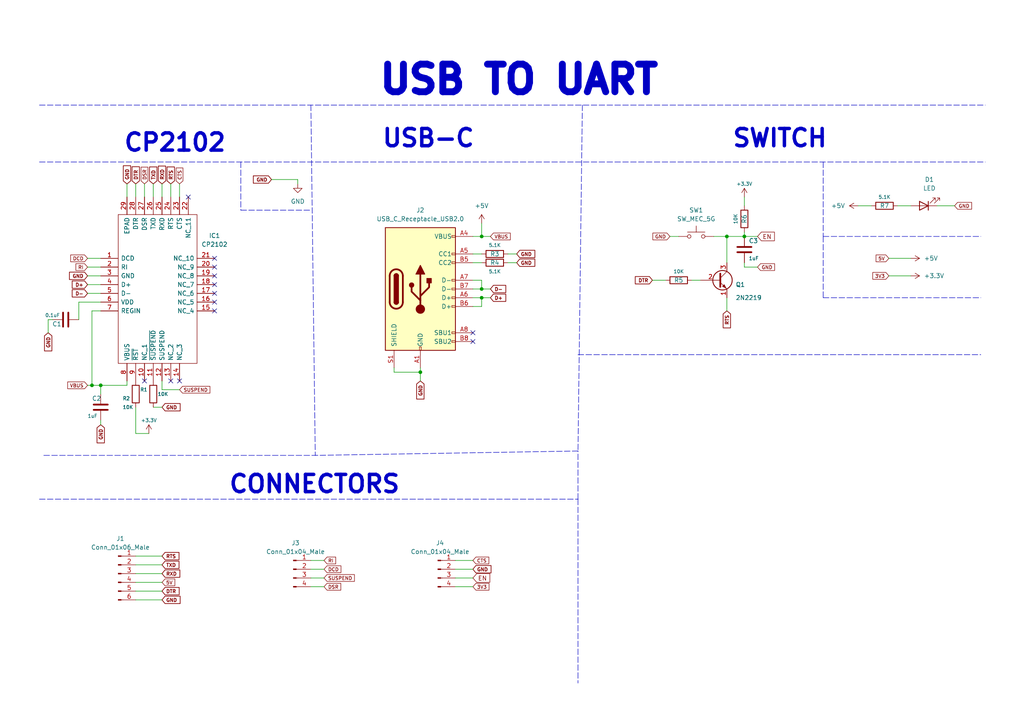
<source format=kicad_sch>
(kicad_sch (version 20211123) (generator eeschema)
  (paper "A4")
  (lib_symbols
    (symbol "CP2102_new:CP2102" (pin_names (offset 0.762))
      (property "Reference" "IC" (at 29.21 17.78 0))
      (property "Value" "CP2102" (at 29.21 15.24 0))
      (symbol "CP2102_0_0"
        (pin passive line (at 0 0 0) (length 5.08) (name "DCD") (number "1"))
        (pin passive line (at 12.7 -35.56 90) (length 5.08) (name "NC_1") (number "10"))
        (pin passive line (at 15.24 -35.56 90) (length 5.08) (name "~{SUSPEND}") (number "11"))
        (pin passive line (at 17.78 -35.56 90) (length 5.08) (name "SUSPEND") (number "12"))
        (pin passive line (at 20.32 -35.56 90) (length 5.08) (name "NC_2") (number "13"))
        (pin passive line (at 22.86 -35.56 90) (length 5.08) (name "NC_3") (number "14"))
        (pin passive line (at 33.02 -15.24 180) (length 5.08) (name "NC_4") (number "15"))
        (pin passive line (at 33.02 -12.7 180) (length 5.08) (name "NC_5") (number "16"))
        (pin passive line (at 33.02 -10.16 180) (length 5.08) (name "NC_6") (number "17"))
        (pin passive line (at 33.02 -7.62 180) (length 5.08) (name "NC_7") (number "18"))
        (pin passive line (at 33.02 -5.08 180) (length 5.08) (name "NC_8") (number "19"))
        (pin passive line (at 0 -2.54 0) (length 5.08) (name "RI") (number "2"))
        (pin passive line (at 33.02 -2.54 180) (length 5.08) (name "NC_9") (number "20"))
        (pin passive line (at 33.02 0 180) (length 5.08) (name "NC_10") (number "21"))
        (pin passive line (at 25.4 17.78 270) (length 5.08) (name "NC_11") (number "22"))
        (pin passive line (at 22.86 17.78 270) (length 5.08) (name "CTS") (number "23"))
        (pin passive line (at 20.32 17.78 270) (length 5.08) (name "RTS") (number "24"))
        (pin passive line (at 17.78 17.78 270) (length 5.08) (name "RXD") (number "25"))
        (pin passive line (at 15.24 17.78 270) (length 5.08) (name "TXD") (number "26"))
        (pin passive line (at 12.7 17.78 270) (length 5.08) (name "DSR") (number "27"))
        (pin passive line (at 10.16 17.78 270) (length 5.08) (name "DTR") (number "28"))
        (pin passive line (at 7.62 17.78 270) (length 5.08) (name "EPAD") (number "29"))
        (pin passive line (at 0 -5.08 0) (length 5.08) (name "GND") (number "3"))
        (pin passive line (at 0 -7.62 0) (length 5.08) (name "D+") (number "4"))
        (pin passive line (at 0 -10.16 0) (length 5.08) (name "D-") (number "5"))
        (pin passive line (at 0 -12.7 0) (length 5.08) (name "VDD") (number "6"))
        (pin passive line (at 0 -15.24 0) (length 5.08) (name "REGIN") (number "7"))
        (pin passive line (at 7.62 -35.56 90) (length 5.08) (name "VBUS") (number "8"))
        (pin passive line (at 10.16 -35.56 90) (length 5.08) (name "~{RST}") (number "9"))
      )
      (symbol "CP2102_0_1"
        (polyline (pts (xy 5.08 12.7) (xy 27.94 12.7) (xy 27.94 -30.48) (xy 5.08 -30.48) (xy 5.08 12.7)) (stroke (width 0.1524)))
      )
    )
    (symbol "Connector:Conn_01x04_Male" (pin_names (offset 1.016) hide)
      (property "Reference" "J" (at 0 5.08 0))
      (property "Value" "Conn_01x04_Male" (at 0 -7.62 0))
      (symbol "Conn_01x04_Male_1_1"
        (polyline (pts (xy 1.27 -5.08) (xy 0.8636 -5.08)) (stroke (width 0.1524)))
        (polyline (pts (xy 1.27 -2.54) (xy 0.8636 -2.54)) (stroke (width 0.1524)))
        (polyline (pts (xy 1.27 0) (xy 0.8636 0)) (stroke (width 0.1524)))
        (polyline (pts (xy 1.27 2.54) (xy 0.8636 2.54)) (stroke (width 0.1524)))
        (rectangle (start 0.8636 -4.953) (end 0 -5.207) (stroke (width 0.1524)) (fill (type outline)))
        (rectangle (start 0.8636 -2.413) (end 0 -2.667) (stroke (width 0.1524)) (fill (type outline)))
        (rectangle (start 0.8636 0.127) (end 0 -0.127) (stroke (width 0.1524)) (fill (type outline)))
        (rectangle (start 0.8636 2.667) (end 0 2.413) (stroke (width 0.1524)) (fill (type outline)))
        (pin passive line (at 5.08 2.54 180) (length 3.81) (name "Pin_1") (number "1"))
        (pin passive line (at 5.08 0 180) (length 3.81) (name "Pin_2") (number "2"))
        (pin passive line (at 5.08 -2.54 180) (length 3.81) (name "Pin_3") (number "3"))
        (pin passive line (at 5.08 -5.08 180) (length 3.81) (name "Pin_4") (number "4"))
      )
    )
    (symbol "Connector:Conn_01x06_Male" (pin_names (offset 1.016) hide)
      (property "Reference" "J" (at 0 7.62 0))
      (property "Value" "Conn_01x06_Male" (at 0 -10.16 0))
      (symbol "Conn_01x06_Male_1_1"
        (polyline (pts (xy 1.27 -7.62) (xy 0.8636 -7.62)) (stroke (width 0.1524)))
        (polyline (pts (xy 1.27 -5.08) (xy 0.8636 -5.08)) (stroke (width 0.1524)))
        (polyline (pts (xy 1.27 -2.54) (xy 0.8636 -2.54)) (stroke (width 0.1524)))
        (polyline (pts (xy 1.27 0) (xy 0.8636 0)) (stroke (width 0.1524)))
        (polyline (pts (xy 1.27 2.54) (xy 0.8636 2.54)) (stroke (width 0.1524)))
        (polyline (pts (xy 1.27 5.08) (xy 0.8636 5.08)) (stroke (width 0.1524)))
        (rectangle (start 0.8636 -7.493) (end 0 -7.747) (stroke (width 0.1524)) (fill (type outline)))
        (rectangle (start 0.8636 -4.953) (end 0 -5.207) (stroke (width 0.1524)) (fill (type outline)))
        (rectangle (start 0.8636 -2.413) (end 0 -2.667) (stroke (width 0.1524)) (fill (type outline)))
        (rectangle (start 0.8636 0.127) (end 0 -0.127) (stroke (width 0.1524)) (fill (type outline)))
        (rectangle (start 0.8636 2.667) (end 0 2.413) (stroke (width 0.1524)) (fill (type outline)))
        (rectangle (start 0.8636 5.207) (end 0 4.953) (stroke (width 0.1524)) (fill (type outline)))
        (pin passive line (at 5.08 5.08 180) (length 3.81) (name "Pin_1") (number "1"))
        (pin passive line (at 5.08 2.54 180) (length 3.81) (name "Pin_2") (number "2"))
        (pin passive line (at 5.08 0 180) (length 3.81) (name "Pin_3") (number "3"))
        (pin passive line (at 5.08 -2.54 180) (length 3.81) (name "Pin_4") (number "4"))
        (pin passive line (at 5.08 -5.08 180) (length 3.81) (name "Pin_5") (number "5"))
        (pin passive line (at 5.08 -7.62 180) (length 3.81) (name "Pin_6") (number "6"))
      )
    )
    (symbol "Connector:USB_C_Receptacle_USB2.0" (pin_names (offset 1.016))
      (property "Reference" "J" (at -10.16 19.05 0))
      (property "Value" "USB_C_Receptacle_USB2.0" (at 19.05 19.05 0))
      (symbol "USB_C_Receptacle_USB2.0_0_0"
        (rectangle (start -0.254 -17.78) (end 0.254 -16.764))
        (rectangle (start 10.16 -14.986) (end 9.144 -15.494))
        (rectangle (start 10.16 -12.446) (end 9.144 -12.954))
        (rectangle (start 10.16 -4.826) (end 9.144 -5.334))
        (rectangle (start 10.16 -2.286) (end 9.144 -2.794))
        (rectangle (start 10.16 0.254) (end 9.144 -0.254))
        (rectangle (start 10.16 2.794) (end 9.144 2.286))
        (rectangle (start 10.16 7.874) (end 9.144 7.366))
        (rectangle (start 10.16 10.414) (end 9.144 9.906))
        (rectangle (start 10.16 15.494) (end 9.144 14.986))
      )
      (symbol "USB_C_Receptacle_USB2.0_0_1"
        (rectangle (start -10.16 17.78) (end 10.16 -17.78) (stroke (width 0.254)) (fill (type background)))
        (arc (start -8.89 -3.81) (mid -6.985 -5.715) (end -5.08 -3.81) (stroke (width 0.508)))
        (arc (start -7.62 -3.81) (mid -6.985 -4.445) (end -6.35 -3.81) (stroke (width 0.254)))
        (arc (start -7.62 -3.81) (mid -6.985 -4.445) (end -6.35 -3.81) (stroke (width 0.254)) (fill (type outline)))
        (rectangle (start -7.62 -3.81) (end -6.35 3.81) (stroke (width 0.254)) (fill (type outline)))
        (arc (start -6.35 3.81) (mid -6.985 4.445) (end -7.62 3.81) (stroke (width 0.254)))
        (arc (start -6.35 3.81) (mid -6.985 4.445) (end -7.62 3.81) (stroke (width 0.254)) (fill (type outline)))
        (arc (start -5.08 3.81) (mid -6.985 5.715) (end -8.89 3.81) (stroke (width 0.508)))
        (circle (center -2.54 1.143) (radius 0.635) (stroke (width 0.254)) (fill (type outline)))
        (circle (center 0 -5.842) (radius 1.27) (fill (type outline)))
        (polyline (pts (xy -8.89 -3.81) (xy -8.89 3.81)) (stroke (width 0.508)))
        (polyline (pts (xy -5.08 3.81) (xy -5.08 -3.81)) (stroke (width 0.508)))
        (polyline (pts (xy 0 -5.842) (xy 0 4.318)) (stroke (width 0.508)))
        (polyline (pts (xy 0 -3.302) (xy -2.54 -0.762) (xy -2.54 0.508)) (stroke (width 0.508)))
        (polyline (pts (xy 0 -2.032) (xy 2.54 0.508) (xy 2.54 1.778)) (stroke (width 0.508)))
        (polyline (pts (xy -1.27 4.318) (xy 0 6.858) (xy 1.27 4.318) (xy -1.27 4.318)) (stroke (width 0.254)) (fill (type outline)))
        (rectangle (start 1.905 1.778) (end 3.175 3.048) (stroke (width 0.254)) (fill (type outline)))
      )
      (symbol "USB_C_Receptacle_USB2.0_1_1"
        (pin passive line (at 0 -22.86 90) (length 5.08) (name "GND") (number "A1"))
        (pin passive line (at 0 -22.86 90) (length 5.08) hide (name "GND") (number "A12"))
        (pin passive line (at 15.24 15.24 180) (length 5.08) (name "VBUS") (number "A4"))
        (pin bidirectional line (at 15.24 10.16 180) (length 5.08) (name "CC1") (number "A5"))
        (pin bidirectional line (at 15.24 -2.54 180) (length 5.08) (name "D+") (number "A6"))
        (pin bidirectional line (at 15.24 2.54 180) (length 5.08) (name "D-") (number "A7"))
        (pin bidirectional line (at 15.24 -12.7 180) (length 5.08) (name "SBU1") (number "A8"))
        (pin passive line (at 15.24 15.24 180) (length 5.08) hide (name "VBUS") (number "A9"))
        (pin passive line (at 0 -22.86 90) (length 5.08) hide (name "GND") (number "B1"))
        (pin passive line (at 0 -22.86 90) (length 5.08) hide (name "GND") (number "B12"))
        (pin passive line (at 15.24 15.24 180) (length 5.08) hide (name "VBUS") (number "B4"))
        (pin bidirectional line (at 15.24 7.62 180) (length 5.08) (name "CC2") (number "B5"))
        (pin bidirectional line (at 15.24 -5.08 180) (length 5.08) (name "D+") (number "B6"))
        (pin bidirectional line (at 15.24 0 180) (length 5.08) (name "D-") (number "B7"))
        (pin bidirectional line (at 15.24 -15.24 180) (length 5.08) (name "SBU2") (number "B8"))
        (pin passive line (at 15.24 15.24 180) (length 5.08) hide (name "VBUS") (number "B9"))
        (pin passive line (at -7.62 -22.86 90) (length 5.08) (name "SHIELD") (number "S1"))
      )
    )
    (symbol "Device:C" (pin_numbers hide) (pin_names (offset 0.254))
      (property "Reference" "C" (at 0.635 2.54 0))
      (property "Value" "C" (at 0.635 -2.54 0))
      (symbol "C_0_1"
        (polyline (pts (xy -2.032 -0.762) (xy 2.032 -0.762)) (stroke (width 0.508)))
        (polyline (pts (xy -2.032 0.762) (xy 2.032 0.762)) (stroke (width 0.508)))
      )
      (symbol "C_1_1"
        (pin passive line (at 0 3.81 270) (length 2.794) (name "~") (number "1"))
        (pin passive line (at 0 -3.81 90) (length 2.794) (name "~") (number "2"))
      )
    )
    (symbol "Device:LED" (pin_numbers hide) (pin_names (offset 1.016) hide)
      (property "Reference" "D" (at 0 2.54 0))
      (property "Value" "LED" (at 0 -2.54 0))
      (symbol "LED_0_1"
        (polyline (pts (xy -1.27 -1.27) (xy -1.27 1.27)) (stroke (width 0.254)))
        (polyline (pts (xy -1.27 0) (xy 1.27 0)))
        (polyline (pts (xy 1.27 -1.27) (xy 1.27 1.27) (xy -1.27 0) (xy 1.27 -1.27)) (stroke (width 0.254)))
        (polyline (pts (xy -3.048 -0.762) (xy -4.572 -2.286) (xy -3.81 -2.286) (xy -4.572 -2.286) (xy -4.572 -1.524)))
        (polyline (pts (xy -1.778 -0.762) (xy -3.302 -2.286) (xy -2.54 -2.286) (xy -3.302 -2.286) (xy -3.302 -1.524)))
      )
      (symbol "LED_1_1"
        (pin passive line (at -3.81 0 0) (length 2.54) (name "K") (number "1"))
        (pin passive line (at 3.81 0 180) (length 2.54) (name "A") (number "2"))
      )
    )
    (symbol "Device:R" (pin_numbers hide) (pin_names (offset 0))
      (property "Reference" "R" (at 2.032 0 90))
      (property "Value" "R" (at 0 0 90))
      (symbol "R_0_1"
        (rectangle (start -1.016 -2.54) (end 1.016 2.54) (stroke (width 0.254)))
      )
      (symbol "R_1_1"
        (pin passive line (at 0 3.81 270) (length 1.27) (name "~") (number "1"))
        (pin passive line (at 0 -3.81 90) (length 1.27) (name "~") (number "2"))
      )
    )
    (symbol "Switch:SW_MEC_5G" (pin_numbers hide) (pin_names (offset 1.016) hide)
      (property "Reference" "SW" (at 1.27 2.54 0))
      (property "Value" "SW_MEC_5G" (at 0 -1.524 0))
      (symbol "SW_MEC_5G_0_1"
        (circle (center -2.032 0) (radius 0.508))
        (polyline (pts (xy 0 1.27) (xy 0 3.048)))
        (polyline (pts (xy 2.54 1.27) (xy -2.54 1.27)))
        (circle (center 2.032 0) (radius 0.508))
        (pin passive line (at -5.08 0 0) (length 2.54) (name "A") (number "1"))
        (pin passive line (at 5.08 0 180) (length 2.54) (name "B") (number "3"))
      )
      (symbol "SW_MEC_5G_1_1"
        (pin passive line (at -5.08 0 0) (length 2.54) hide (name "A") (number "2"))
        (pin passive line (at 5.08 0 180) (length 2.54) hide (name "B") (number "4"))
      )
    )
    (symbol "Transistor_BJT:2N2219" (pin_names (offset 0) hide)
      (property "Reference" "Q" (at 5.08 1.905 0))
      (property "Value" "2N2219" (at 5.08 0 0))
      (symbol "2N2219_0_1"
        (polyline (pts (xy 0.635 0.635) (xy 2.54 2.54)))
        (polyline (pts (xy 0.635 -0.635) (xy 2.54 -2.54) (xy 2.54 -2.54)))
        (polyline (pts (xy 0.635 1.905) (xy 0.635 -1.905) (xy 0.635 -1.905)) (stroke (width 0.508)))
        (polyline (pts (xy 1.27 -1.778) (xy 1.778 -1.27) (xy 2.286 -2.286) (xy 1.27 -1.778) (xy 1.27 -1.778)) (fill (type outline)))
        (circle (center 1.27 0) (radius 2.8194) (stroke (width 0.254)))
      )
      (symbol "2N2219_1_1"
        (pin passive line (at 2.54 -5.08 90) (length 2.54) (name "E") (number "1"))
        (pin passive line (at -5.08 0 0) (length 5.715) (name "B") (number "2"))
        (pin passive line (at 2.54 5.08 270) (length 2.54) (name "C") (number "3"))
      )
    )
    (symbol "power:+3.3V" (power) (pin_names (offset 0))
      (property "Value" "+3.3V" (at 0 3.556 0))
      (symbol "+3.3V_0_1"
        (polyline (pts (xy -0.762 1.27) (xy 0 2.54)))
        (polyline (pts (xy 0 0) (xy 0 2.54)))
        (polyline (pts (xy 0 2.54) (xy 0.762 1.27)))
      )
      (symbol "+3.3V_1_1"
        (pin power_in line (at 0 0 90) (length 0) hide (name "+3.3V") (number "1"))
      )
    )
    (symbol "power:+5V" (power) (pin_names (offset 0))
      (property "Value" "+5V" (at 0 3.556 0))
      (symbol "+5V_0_1"
        (polyline (pts (xy -0.762 1.27) (xy 0 2.54)))
        (polyline (pts (xy 0 0) (xy 0 2.54)))
        (polyline (pts (xy 0 2.54) (xy 0.762 1.27)))
      )
      (symbol "+5V_1_1"
        (pin power_in line (at 0 0 90) (length 0) hide (name "+5V") (number "1"))
      )
    )
    (symbol "power:GND" (power) (pin_names (offset 0))
      (property "Value" "GND" (at 0 -3.81 0))
      (symbol "GND_0_1"
        (polyline (pts (xy 0 0) (xy 0 -1.27) (xy 1.27 -1.27) (xy 0 -2.54) (xy -1.27 -1.27) (xy 0 -1.27)))
      )
      (symbol "GND_1_1"
        (pin power_in line (at 0 0 270) (length 0) hide (name "GND") (number "1"))
      )
    )
  )
  (junction (at 29.21 111.76))
  (junction (at 139.7 83.82))
  (junction (at 121.92 107.95))
  (junction (at 210.82 68.58))
  (junction (at 139.7 68.58))
  (junction (at 26.67 111.76))
  (junction (at 139.7 86.36))
  (junction (at 215.9 68.58))
  (no_connect (at 49.53 110.49))
  (no_connect (at 41.91 110.49))
  (no_connect (at 62.23 85.09))
  (no_connect (at 62.23 80.01))
  (no_connect (at 62.23 90.17))
  (no_connect (at 62.23 77.47))
  (no_connect (at 62.23 74.93))
  (no_connect (at 54.61 57.15))
  (no_connect (at 62.23 82.55))
  (no_connect (at 137.16 96.52))
  (no_connect (at 52.07 110.49))
  (no_connect (at 62.23 87.63))
  (no_connect (at 137.16 99.06))
  (wire (pts (xy 46.99 110.49) (xy 46.99 113.03)))
  (wire (pts (xy 86.36 52.07) (xy 86.36 53.34)))
  (polyline (pts (xy 167.64 102.87) (xy 284.48 102.87)))
  (wire (pts (xy 49.53 53.34) (xy 49.53 57.15)))
  (wire (pts (xy 139.7 68.58) (xy 142.24 68.58)))
  (wire (pts (xy 137.16 81.28) (xy 139.7 81.28)))
  (wire (pts (xy 25.4 80.01) (xy 29.21 80.01)))
  (wire (pts (xy 39.37 168.91) (xy 46.99 168.91)))
  (wire (pts (xy 137.16 88.9) (xy 139.7 88.9)))
  (wire (pts (xy 90.17 167.64) (xy 93.98 167.64)))
  (wire (pts (xy 257.81 80.01) (xy 264.16 80.01)))
  (wire (pts (xy 215.9 76.2) (xy 215.9 77.47)))
  (wire (pts (xy 139.7 83.82) (xy 142.24 83.82)))
  (polyline (pts (xy 11.43 144.78) (xy 167.64 144.78)))
  (wire (pts (xy 137.16 73.66) (xy 139.7 73.66)))
  (wire (pts (xy 26.67 111.76) (xy 25.4 111.76)))
  (wire (pts (xy 121.92 107.95) (xy 121.92 110.49)))
  (polyline (pts (xy 238.76 68.58) (xy 238.76 86.36)))
  (polyline (pts (xy 238.76 86.36) (xy 284.48 86.36)))
  (wire (pts (xy 210.82 76.2) (xy 210.82 68.58)))
  (wire (pts (xy 132.08 167.64) (xy 137.16 167.64)))
  (wire (pts (xy 29.21 111.76) (xy 26.67 111.76)))
  (wire (pts (xy 39.37 125.73) (xy 43.18 125.73)))
  (wire (pts (xy 90.17 170.18) (xy 93.98 170.18)))
  (wire (pts (xy 114.3 107.95) (xy 121.92 107.95)))
  (polyline (pts (xy 167.64 144.78) (xy 167.64 198.12)))
  (wire (pts (xy 36.83 111.76) (xy 29.21 111.76)))
  (polyline (pts (xy 238.76 46.99) (xy 238.76 68.58)))
  (wire (pts (xy 257.81 74.93) (xy 264.16 74.93)))
  (polyline (pts (xy 11.43 30.48) (xy 285.75 30.48)))
  (wire (pts (xy 137.16 68.58) (xy 139.7 68.58)))
  (wire (pts (xy 248.92 59.69) (xy 252.73 59.69)))
  (wire (pts (xy 210.82 68.58) (xy 207.01 68.58)))
  (wire (pts (xy 78.74 52.07) (xy 86.36 52.07)))
  (polyline (pts (xy 12.7 132.08) (xy 91.44 132.08)))
  (wire (pts (xy 29.21 121.92) (xy 29.21 123.19)))
  (polyline (pts (xy 238.76 68.58) (xy 284.48 68.58)))
  (wire (pts (xy 147.32 73.66) (xy 149.86 73.66)))
  (wire (pts (xy 139.7 86.36) (xy 142.24 86.36)))
  (polyline (pts (xy 167.64 144.78) (xy 167.64 130.81)))
  (polyline (pts (xy 11.43 46.99) (xy 285.75 46.99)))
  (wire (pts (xy 90.17 165.1) (xy 93.98 165.1)))
  (wire (pts (xy 46.99 53.34) (xy 46.99 57.15)))
  (wire (pts (xy 114.3 106.68) (xy 114.3 107.95)))
  (wire (pts (xy 52.07 53.34) (xy 52.07 57.15)))
  (wire (pts (xy 260.35 59.69) (xy 264.16 59.69)))
  (wire (pts (xy 215.9 68.58) (xy 219.71 68.58)))
  (wire (pts (xy 271.78 59.69) (xy 276.86 59.69)))
  (wire (pts (xy 29.21 111.76) (xy 29.21 114.3)))
  (wire (pts (xy 215.9 77.47) (xy 219.71 77.47)))
  (wire (pts (xy 25.4 74.93) (xy 29.21 74.93)))
  (polyline (pts (xy 167.64 130.81) (xy 91.44 132.08)))
  (wire (pts (xy 39.37 118.11) (xy 39.37 125.73)))
  (wire (pts (xy 132.08 165.1) (xy 137.16 165.1)))
  (wire (pts (xy 39.37 171.45) (xy 46.99 171.45)))
  (wire (pts (xy 25.4 77.47) (xy 29.21 77.47)))
  (wire (pts (xy 44.45 53.34) (xy 44.45 57.15)))
  (wire (pts (xy 13.97 92.71) (xy 13.97 96.52)))
  (wire (pts (xy 139.7 88.9) (xy 139.7 86.36)))
  (polyline (pts (xy 69.85 60.96) (xy 90.17 60.96)))
  (wire (pts (xy 200.66 81.28) (xy 203.2 81.28)))
  (polyline (pts (xy 69.85 46.99) (xy 69.85 60.96)))
  (wire (pts (xy 25.4 82.55) (xy 29.21 82.55)))
  (wire (pts (xy 189.23 81.28) (xy 193.04 81.28)))
  (wire (pts (xy 29.21 90.17) (xy 26.67 90.17)))
  (wire (pts (xy 137.16 83.82) (xy 139.7 83.82)))
  (wire (pts (xy 29.21 87.63) (xy 22.86 87.63)))
  (wire (pts (xy 137.16 76.2) (xy 139.7 76.2)))
  (wire (pts (xy 41.91 53.34) (xy 41.91 57.15)))
  (wire (pts (xy 39.37 166.37) (xy 46.99 166.37)))
  (wire (pts (xy 22.86 87.63) (xy 22.86 92.71)))
  (wire (pts (xy 36.83 110.49) (xy 36.83 111.76)))
  (wire (pts (xy 39.37 161.29) (xy 46.99 161.29)))
  (wire (pts (xy 215.9 57.15) (xy 215.9 59.69)))
  (wire (pts (xy 25.4 85.09) (xy 29.21 85.09)))
  (wire (pts (xy 210.82 68.58) (xy 215.9 68.58)))
  (wire (pts (xy 210.82 86.36) (xy 210.82 90.17)))
  (wire (pts (xy 147.32 76.2) (xy 149.86 76.2)))
  (wire (pts (xy 39.37 53.34) (xy 39.37 57.15)))
  (wire (pts (xy 121.92 106.68) (xy 121.92 107.95)))
  (wire (pts (xy 139.7 64.77) (xy 139.7 68.58)))
  (wire (pts (xy 215.9 67.31) (xy 215.9 68.58)))
  (wire (pts (xy 132.08 170.18) (xy 137.16 170.18)))
  (wire (pts (xy 139.7 81.28) (xy 139.7 83.82)))
  (wire (pts (xy 44.45 118.11) (xy 46.99 118.11)))
  (wire (pts (xy 137.16 86.36) (xy 139.7 86.36)))
  (polyline (pts (xy 90.17 30.48) (xy 91.44 132.08)))
  (wire (pts (xy 15.24 92.71) (xy 13.97 92.71)))
  (wire (pts (xy 90.17 162.56) (xy 93.98 162.56)))
  (polyline (pts (xy 168.91 30.48) (xy 167.64 130.81)))
  (wire (pts (xy 39.37 163.83) (xy 46.99 163.83)))
  (wire (pts (xy 194.31 68.58) (xy 196.85 68.58)))
  (wire (pts (xy 132.08 162.56) (xy 137.16 162.56)))
  (wire (pts (xy 36.83 53.34) (xy 36.83 57.15)))
  (wire (pts (xy 46.99 113.03) (xy 52.07 113.03)))
  (wire (pts (xy 26.67 90.17) (xy 26.67 111.76)))
  (wire (pts (xy 39.37 173.99) (xy 46.99 173.99)))
  (text "SWITCH	" (at 212.09 43.18 0) (effects (font (size 5 5) (thickness 1) bold) (justify left bottom)))
  (text "CONNECTORS\n" (at 66.04 143.51 0) (effects (font (size 5 5) (thickness 1) bold) (justify left bottom)))
  (text "CP2102" (at 35.56 44.45 0) (effects (font (size 5 5) (thickness 1) bold) (justify left bottom)))
  (text "USB TO UART" (at 109.22 27.94 0) (effects (font (size 8 8) (thickness 2) bold) (justify left bottom)))
  (text "USB-C\n" (at 110.49 43.18 0) (effects (font (size 5 5) (thickness 1) bold) (justify left bottom)))
  (global_label "GND" (shape input) (at 13.97 96.52 270) (effects (font (size 1 1) bold)) (property "Intersheet References" "${INTERSHEET_REFS}" (effects hide)))
  (global_label "TXD" (shape input) (at 44.45 53.34 90) (effects (font (size 1 1) bold)) (property "Intersheet References" "${INTERSHEET_REFS}" (effects hide)))
  (global_label "RI" (shape input) (at 25.4 77.47 180) (effects (font (size 1 1))) (property "Intersheet References" "${INTERSHEET_REFS}" (effects hide)))
  (global_label "GND" (shape input) (at 46.99 173.99 0) (effects (font (size 1 1) bold)) (property "Intersheet References" "${INTERSHEET_REFS}" (effects hide)))
  (global_label "DTR" (shape input) (at 189.23 81.28 180) (effects (font (size 1 1) bold)) (property "Intersheet References" "${INTERSHEET_REFS}" (effects hide)))
  (global_label "5V" (shape input) (at 257.81 74.93 180) (effects (font (size 1 1))) (property "Intersheet References" "${INTERSHEET_REFS}" (effects hide)))
  (global_label "RXD" (shape input) (at 46.99 53.34 90) (effects (font (size 1 1) bold)) (property "Intersheet References" "${INTERSHEET_REFS}" (effects hide)))
  (global_label "GND" (shape input) (at 137.16 165.1 0) (effects (font (size 1 1) bold)) (property "Intersheet References" "${INTERSHEET_REFS}" (effects hide)))
  (global_label "GND" (shape input) (at 276.86 59.69 0) (effects (font (size 1 1))) (property "Intersheet References" "${INTERSHEET_REFS}" (effects hide)))
  (global_label "RTS" (shape input) (at 49.53 53.34 90) (effects (font (size 1 1) bold)) (property "Intersheet References" "${INTERSHEET_REFS}" (effects hide)))
  (global_label "D+" (shape input) (at 25.4 82.55 180) (effects (font (size 1 1) bold)) (property "Intersheet References" "${INTERSHEET_REFS}" (effects hide)))
  (global_label "GND" (shape input) (at 25.4 80.01 180) (effects (font (size 1 1) bold)) (property "Intersheet References" "${INTERSHEET_REFS}" (effects hide)))
  (global_label "RXD" (shape input) (at 46.99 166.37 0) (effects (font (size 1 1) bold)) (property "Intersheet References" "${INTERSHEET_REFS}" (effects hide)))
  (global_label "GND" (shape input) (at 149.86 76.2 0) (effects (font (size 1 1) bold)) (property "Intersheet References" "${INTERSHEET_REFS}" (effects hide)))
  (global_label "GND" (shape input) (at 36.83 53.34 90) (effects (font (size 1 1) bold)) (property "Intersheet References" "${INTERSHEET_REFS}" (effects hide)))
  (global_label "GND" (shape input) (at 149.86 73.66 0) (effects (font (size 1 1) bold)) (property "Intersheet References" "${INTERSHEET_REFS}" (effects hide)))
  (global_label "GND" (shape input) (at 121.92 110.49 270) (effects (font (size 1 1) bold)) (property "Intersheet References" "${INTERSHEET_REFS}" (effects hide)))
  (global_label "GND" (shape input) (at 194.31 68.58 180) (effects (font (size 1 1))) (property "Intersheet References" "${INTERSHEET_REFS}" (effects hide)))
  (global_label "GND" (shape input) (at 219.71 77.47 0) (effects (font (size 1 1))) (property "Intersheet References" "${INTERSHEET_REFS}" (effects hide)))
  (global_label "SUSPEND" (shape input) (at 52.07 113.03 0) (effects (font (size 1 1))) (property "Intersheet References" "${INTERSHEET_REFS}" (effects hide)))
  (global_label "SUSPEND" (shape input) (at 93.98 167.64 0) (effects (font (size 1 1))) (property "Intersheet References" "${INTERSHEET_REFS}" (effects hide)))
  (global_label "VBUS" (shape input) (at 142.24 68.58 0) (effects (font (size 1 1))) (property "Intersheet References" "${INTERSHEET_REFS}" (effects hide)))
  (global_label "DCD" (shape input) (at 93.98 165.1 0) (effects (font (size 1 1))) (property "Intersheet References" "${INTERSHEET_REFS}" (effects hide)))
  (global_label "DCD" (shape input) (at 25.4 74.93 180) (effects (font (size 1 1))) (property "Intersheet References" "${INTERSHEET_REFS}" (effects hide)))
  (global_label "EN" (shape input) (at 137.16 167.64 0) (property "Intersheet References" "${INTERSHEET_REFS}" (effects hide)))
  (global_label "D+" (shape input) (at 142.24 86.36 0) (effects (font (size 1 1) bold)) (property "Intersheet References" "${INTERSHEET_REFS}" (effects hide)))
  (global_label "3V3" (shape input) (at 137.16 170.18 0) (effects (font (size 1 1))) (property "Intersheet References" "${INTERSHEET_REFS}" (effects hide)))
  (global_label "GND" (shape input) (at 29.21 123.19 270) (effects (font (size 1 1) bold)) (property "Intersheet References" "${INTERSHEET_REFS}" (effects hide)))
  (global_label "3V3" (shape input) (at 257.81 80.01 180) (effects (font (size 1 1))) (property "Intersheet References" "${INTERSHEET_REFS}" (effects hide)))
  (global_label "RI" (shape input) (at 93.98 162.56 0) (effects (font (size 1 1))) (property "Intersheet References" "${INTERSHEET_REFS}" (effects hide)))
  (global_label "CTS" (shape input) (at 52.07 53.34 90) (effects (font (size 1 1))) (property "Intersheet References" "${INTERSHEET_REFS}" (effects hide)))
  (global_label "VBUS" (shape input) (at 25.4 111.76 180) (effects (font (size 1 1))) (property "Intersheet References" "${INTERSHEET_REFS}" (effects hide)))
  (global_label "D-" (shape input) (at 142.24 83.82 0) (effects (font (size 1 1) bold)) (property "Intersheet References" "${INTERSHEET_REFS}" (effects hide)))
  (global_label "DTR" (shape input) (at 46.99 171.45 0) (effects (font (size 1 1) bold)) (property "Intersheet References" "${INTERSHEET_REFS}" (effects hide)))
  (global_label "RTS" (shape input) (at 46.99 161.29 0) (effects (font (size 1 1) bold)) (property "Intersheet References" "${INTERSHEET_REFS}" (effects hide)))
  (global_label "GND" (shape input) (at 78.74 52.07 180) (effects (font (size 1 1) bold)) (property "Intersheet References" "${INTERSHEET_REFS}" (effects hide)))
  (global_label "D-" (shape input) (at 25.4 85.09 180) (effects (font (size 1 1) bold)) (property "Intersheet References" "${INTERSHEET_REFS}" (effects hide)))
  (global_label "5V" (shape input) (at 46.99 168.91 0) (effects (font (size 1 1))) (property "Intersheet References" "${INTERSHEET_REFS}" (effects hide)))
  (global_label "TXD" (shape input) (at 46.99 163.83 0) (effects (font (size 1 1) bold)) (property "Intersheet References" "${INTERSHEET_REFS}" (effects hide)))
  (global_label "RTS" (shape input) (at 210.82 90.17 270) (effects (font (size 1 1) bold)) (property "Intersheet References" "${INTERSHEET_REFS}" (effects hide)))
  (global_label "CTS" (shape input) (at 137.16 162.56 0) (effects (font (size 1 1))) (property "Intersheet References" "${INTERSHEET_REFS}" (effects hide)))
  (global_label "DTR" (shape input) (at 39.37 53.34 90) (effects (font (size 1 1) bold)) (property "Intersheet References" "${INTERSHEET_REFS}" (effects hide)))
  (global_label "EN" (shape input) (at 219.71 68.58 0) (property "Intersheet References" "${INTERSHEET_REFS}" (effects hide)))
  (global_label "DSR" (shape input) (at 93.98 170.18 0) (effects (font (size 1 1))) (property "Intersheet References" "${INTERSHEET_REFS}" (effects hide)))
  (global_label "GND" (shape input) (at 46.99 118.11 0) (effects (font (size 1 1) bold)) (property "Intersheet References" "${INTERSHEET_REFS}" (effects hide)))
  (global_label "DSR" (shape input) (at 41.91 53.34 90) (effects (font (size 1 1))) (property "Intersheet References" "${INTERSHEET_REFS}" (effects hide)))
  (symbol (lib_id "Transistor_BJT:2N2219") (at 208.28 81.28 0) (unit 1)
    (property "Reference" "Q1" (at 213.36 82.55 0) (effects (justify left)))
    (property "Value" "2N2219" (at 213.36 86.36 0) (effects (justify left)))
    (property "Footprint" "Package_TO_SOT_THT:TO-39-3" (effects hide))
    (property "Datasheet" "http://www.onsemi.com/pub_link/Collateral/2N2219-D.PDF" (effects hide))
  )
  (symbol (lib_id "power:+3.3V") (at 215.9 57.15 0) (unit 1)
    (property "Reference" "#PWR03" (effects hide))
    (property "Value" "+3.3V" (at 215.9 53.34 0) (effects (font (size 1 1))))
  )
  (symbol (lib_id "CP2102_new:CP2102") (at 29.21 74.93 0) (unit 1)
    (property "Reference" "IC1" (at 62.23 68.3512 0))
    (property "Value" "CP2102" (at 62.23 70.8912 0))
    (property "Footprint" "CP2102:QFN50P500X500X100-29N" (effects hide))
    (property "Datasheet" "https://componentsearchengine.com/Datasheets/1/CP2102.pdf" (effects hide))
    (property "Description" "USB Interface IC" (effects hide))
    (property "Height" "1" (effects hide))
    (property "Manufacturer_Name" "Silicon Labs" (effects hide))
    (property "Manufacturer_Part_Number" "CP2102" (effects hide))
    (property "Mouser Part Number" "634-CP2102" (effects hide))
    (property "Mouser Price/Stock" "https://www.mouser.co.uk/ProductDetail/Silicon-Labs/CP2102?qs=ucY0lxHzU7615lOm95XT0w%3D%3D" (effects hide))
  )
  (symbol (lib_id "power:+5V") (at 139.7 64.77 0) (unit 1)
    (property "Reference" "#PWR02" (effects hide))
    (property "Value" "+5V" (at 139.7 59.69 0))
  )
  (symbol (lib_id "power:+3.3V") (at 264.16 80.01 270) (unit 1)
    (property "Reference" "#PWR06" (effects hide))
    (property "Value" "+3.3V" (at 267.97 80.0099 90) (effects (justify left)))
  )
  (symbol (lib_id "Device:C") (at 29.21 118.11 0) (unit 1)
    (property "Reference" "C2" (at 26.67 115.57 0) (effects (justify left)))
    (property "Value" "1uF" (at 25.4 120.65 0) (effects (font (size 1 1)) (justify left)))
    (property "Footprint" "Capacitor_SMD:C_0603_1608Metric" (effects hide))
  )
  (symbol (lib_id "Device:C") (at 19.05 92.71 90) (unit 1)
    (property "Reference" "C1" (at 16.51 93.98 90))
    (property "Value" "0.1uF" (at 15.24 91.44 90) (effects (font (size 1 1))))
    (property "Footprint" "Capacitor_SMD:C_0603_1608Metric" (effects hide))
  )
  (symbol (lib_id "Connector:Conn_01x04_Male") (at 127 165.1 0) (unit 1)
    (property "Reference" "J4" (at 127.635 157.48 0))
    (property "Value" "Conn_01x04_Male" (at 127.635 160.02 0))
    (property "Footprint" "Pin header 01x04:61300411121" (effects hide))
  )
  (symbol (lib_id "Connector:Conn_01x04_Male") (at 85.09 165.1 0) (unit 1)
    (property "Reference" "J3" (at 85.725 157.48 0))
    (property "Value" "Conn_01x04_Male" (at 85.725 160.02 0))
    (property "Footprint" "Pin header 01x04:61300411121" (effects hide))
  )
  (symbol (lib_id "Device:LED") (at 267.97 59.69 180) (unit 1)
    (property "Reference" "D1" (at 269.5575 52.07 0))
    (property "Value" "LED" (at 269.5575 54.61 0))
    (property "Footprint" "LED_SMD:LED_0603_1608Metric" (effects hide))
  )
  (symbol (lib_id "Device:R") (at 215.9 63.5 180) (unit 1)
    (property "Reference" "R6" (at 215.9 63.5 90))
    (property "Value" "10K" (at 213.36 63.5 90) (effects (font (size 1 1))))
    (property "Footprint" "LED_SMD:LED_0603_1608Metric" (effects hide))
  )
  (symbol (lib_id "Connector:Conn_01x06_Male") (at 34.29 166.37 0) (unit 1)
    (property "Reference" "J1" (at 34.925 156.21 0))
    (property "Value" "Conn_01x06_Male" (at 34.925 158.75 0))
    (property "Footprint" "Pin header 01x06:TE_825433-6" (effects hide))
  )
  (symbol (lib_id "Device:R") (at 39.37 114.3 0) (unit 1)
    (property "Reference" "R2" (at 35.56 115.57 0) (effects (font (size 1 1)) (justify left)))
    (property "Value" "10K" (at 35.56 118.11 0) (effects (font (size 1 1)) (justify left)))
    (property "Footprint" "LED_SMD:LED_0603_1608Metric" (effects hide))
  )
  (symbol (lib_id "Device:R") (at 44.45 114.3 0) (unit 1)
    (property "Reference" "R1" (at 40.64 113.03 0) (effects (font (size 1 1)) (justify left)))
    (property "Value" "10K" (at 45.72 114.3 0) (effects (font (size 1 1)) (justify left)))
    (property "Footprint" "LED_SMD:LED_0603_1608Metric" (effects hide))
  )
  (symbol (lib_id "Connector:USB_C_Receptacle_USB2.0") (at 121.92 83.82 0) (unit 1)
    (property "Reference" "J2" (at 121.92 60.96 0))
    (property "Value" "USB_C_Receptacle_USB2.0" (at 121.92 63.5 0))
    (property "Footprint" "Connector_USB:USB_C_Receptacle_GCT_USB4135-GF-A_6P_TopMnt_Horizontal" (effects hide))
    (property "Datasheet" "https://www.usb.org/sites/default/files/documents/usb_type-c.zip" (effects hide))
  )
  (symbol (lib_id "power:+3.3V") (at 43.18 125.73 0) (unit 1)
    (property "Reference" "#PWR01" (effects hide))
    (property "Value" "+3.3V" (at 43.18 121.92 0) (effects (font (size 1 1))))
  )
  (symbol (lib_id "power:GND") (at 86.36 53.34 0) (unit 1)
    (property "Reference" "#PWR0101" (effects hide))
    (property "Value" "GND" (at 86.36 58.42 0))
  )
  (symbol (lib_id "Device:C") (at 215.9 72.39 0) (unit 1)
    (property "Reference" "C3" (at 217.17 69.85 0) (effects (justify left)))
    (property "Value" "1uF" (at 217.17 74.93 0) (effects (font (size 1 1)) (justify left)))
    (property "Footprint" "Capacitor_SMD:C_0603_1608Metric" (effects hide))
  )
  (symbol (lib_id "Device:R") (at 196.85 81.28 90) (unit 1)
    (property "Reference" "R5" (at 196.85 81.28 90))
    (property "Value" "10K" (at 196.85 78.74 90) (effects (font (size 1 1))))
    (property "Footprint" "LED_SMD:LED_0603_1608Metric" (effects hide))
  )
  (symbol (lib_id "Device:R") (at 143.51 73.66 90) (unit 1)
    (property "Reference" "R3" (at 143.51 73.66 90))
    (property "Value" "5.1K" (at 143.51 71.12 90) (effects (font (size 1 1))))
    (property "Footprint" "LED_SMD:LED_0603_1608Metric" (effects hide))
  )
  (symbol (lib_id "power:+5V") (at 248.92 59.69 90) (unit 1)
    (property "Reference" "#PWR04" (effects hide))
    (property "Value" "+5V" (at 245.11 59.6899 90) (effects (justify left)))
  )
  (symbol (lib_id "Device:R") (at 143.51 76.2 90) (unit 1)
    (property "Reference" "R4" (at 143.51 76.2 90))
    (property "Value" "5.1K" (at 143.51 78.74 90) (effects (font (size 1 1))))
    (property "Footprint" "LED_SMD:LED_0603_1608Metric" (effects hide))
  )
  (symbol (lib_id "power:+5V") (at 264.16 74.93 270) (unit 1)
    (property "Reference" "#PWR05" (effects hide))
    (property "Value" "+5V" (at 267.97 74.9299 90) (effects (justify left)))
  )
  (symbol (lib_id "Device:R") (at 256.54 59.69 90) (unit 1)
    (property "Reference" "R7" (at 256.54 59.69 90))
    (property "Value" "5.1K" (at 256.54 57.15 90) (effects (font (size 1 1))))
    (property "Footprint" "LED_SMD:LED_0603_1608Metric" (effects hide))
  )
  (symbol (lib_id "Switch:SW_MEC_5G") (at 201.93 68.58 0) (unit 1)
    (property "Reference" "SW1" (at 201.93 60.96 0))
    (property "Value" "SW_MEC_5G" (at 201.93 63.5 0))
    (property "Footprint" "Tactile Switch:SW_TL3305AF260QG" (effects hide))
    (property "Datasheet" "http://www.apem.com/int/index.php?controller=attachment&id_attachment=488" (effects hide))
  )
)
</source>
